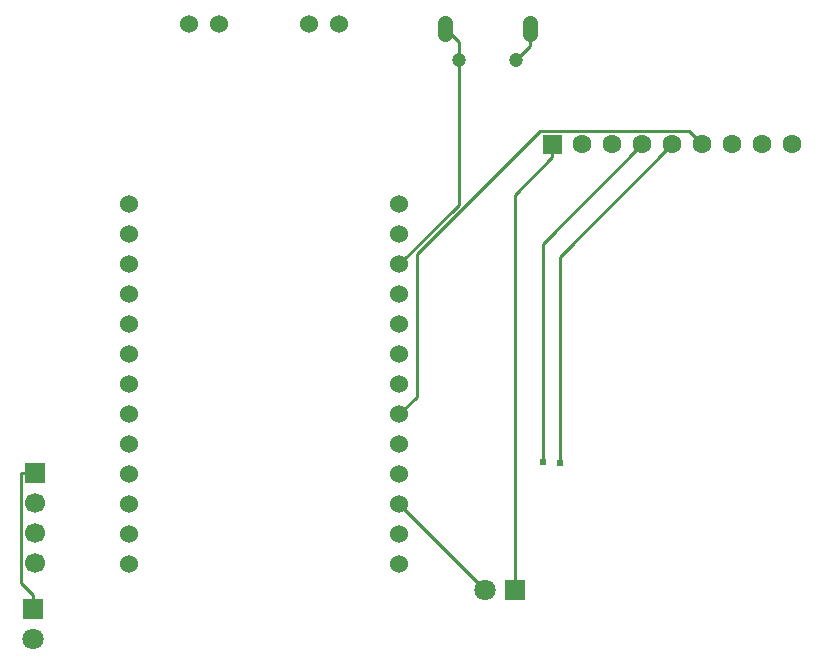
<source format=gbl>
G04 Layer: BottomLayer*
G04 EasyEDA v6.4.14, 2021-01-21T23:56:56--5:00*
G04 aa685b108e8c4aaab1d0ece7fbf10bdb,7db2125e4611476bb2993bf99425ef50,10*
G04 Gerber Generator version 0.2*
G04 Scale: 100 percent, Rotated: No, Reflected: No *
G04 Dimensions in millimeters *
G04 leading zeros omitted , absolute positions ,4 integer and 5 decimal *
%FSLAX45Y45*%
%MOMM*%

%ADD11C,0.2600*%
%ADD12C,0.6100*%
%ADD20C,1.6000*%
%ADD21C,1.2000*%
%ADD22R,1.7000X1.7000*%
%ADD23C,1.7000*%
%ADD24C,1.5240*%
%ADD25C,1.8000*%
%ADD26R,1.8000X1.8000*%
%ADD27C,1.3000*%

%LPD*%
D11*
X4140400Y1559499D02*
G01*
X3416500Y2283399D01*
X3416500Y4315399D02*
G01*
X3923230Y4822129D01*
X3923230Y6045139D01*
X4408370Y6045139D02*
G01*
X4527750Y6164519D01*
X4527750Y6315141D01*
X3803850Y6315141D02*
G01*
X3923230Y6195761D01*
X3923230Y6045139D01*
X317700Y1513525D02*
G01*
X216100Y1615125D01*
X216100Y2550099D01*
X317700Y1394399D02*
G01*
X317700Y1513525D01*
X330400Y2550099D02*
G01*
X216100Y2550099D01*
X5981900Y5331399D02*
G01*
X5868870Y5444429D01*
X4607506Y5444429D01*
X3565090Y4402267D01*
X3565090Y3193989D01*
X3416500Y3045399D01*
X5727900Y5331399D02*
G01*
X4774892Y4378391D01*
X4774892Y2638745D01*
X5473900Y5331399D02*
G01*
X4633668Y4491167D01*
X4633668Y2639253D01*
X4394400Y1559499D02*
G01*
X4394400Y4904679D01*
X4711900Y5222179D01*
X4711900Y5331399D02*
G01*
X4711900Y5222179D01*
G36*
X4631900Y5411398D02*
G01*
X4791900Y5411398D01*
X4791900Y5251399D01*
X4631900Y5251399D01*
G37*
D20*
G01*
X4965900Y5331399D03*
G01*
X5219900Y5331399D03*
G01*
X5473900Y5331399D03*
G01*
X5727900Y5331399D03*
G01*
X5981900Y5331399D03*
G01*
X6235900Y5331399D03*
G01*
X6489900Y5331399D03*
G01*
X6743900Y5331399D03*
D21*
G01*
X4408294Y6045164D03*
G01*
X3923306Y6045164D03*
D22*
G01*
X330400Y2550099D03*
D23*
G01*
X330400Y2296099D03*
G01*
X330400Y2042099D03*
G01*
X330400Y1788099D03*
D24*
G01*
X3416500Y4823399D03*
G01*
X3416500Y4569399D03*
G01*
X3416500Y4315399D03*
G01*
X3416500Y4061399D03*
G01*
X3416500Y3807399D03*
G01*
X3416500Y3553399D03*
G01*
X3416500Y3299399D03*
G01*
X3416500Y3045399D03*
G01*
X3416500Y2791399D03*
G01*
X3416500Y2537399D03*
G01*
X3416500Y2283399D03*
G01*
X3416500Y2029399D03*
G01*
X3416500Y1775399D03*
G01*
X1130500Y4823399D03*
G01*
X1130500Y4569399D03*
G01*
X1130500Y4315399D03*
G01*
X1130500Y4061399D03*
G01*
X1130500Y3807399D03*
G01*
X1130500Y3553399D03*
G01*
X1130500Y3299399D03*
G01*
X1130500Y3045399D03*
G01*
X1130500Y2791399D03*
G01*
X1130500Y2537399D03*
G01*
X1130500Y2283399D03*
G01*
X1130500Y2029399D03*
G01*
X1130500Y1775399D03*
G01*
X2908500Y6347399D03*
G01*
X2654500Y6347399D03*
G01*
X1892500Y6347399D03*
G01*
X1638500Y6347399D03*
D25*
G01*
X317700Y1140399D03*
D26*
G01*
X317700Y1394399D03*
D25*
G01*
X4140400Y1559499D03*
D26*
G01*
X4394400Y1559499D03*
D12*
G01*
X4774892Y2638745D03*
G01*
X4633668Y2639253D03*
D27*
X3803850Y6270165D02*
G01*
X3803850Y6360165D01*
X4527750Y6270165D02*
G01*
X4527750Y6360165D01*
M02*

</source>
